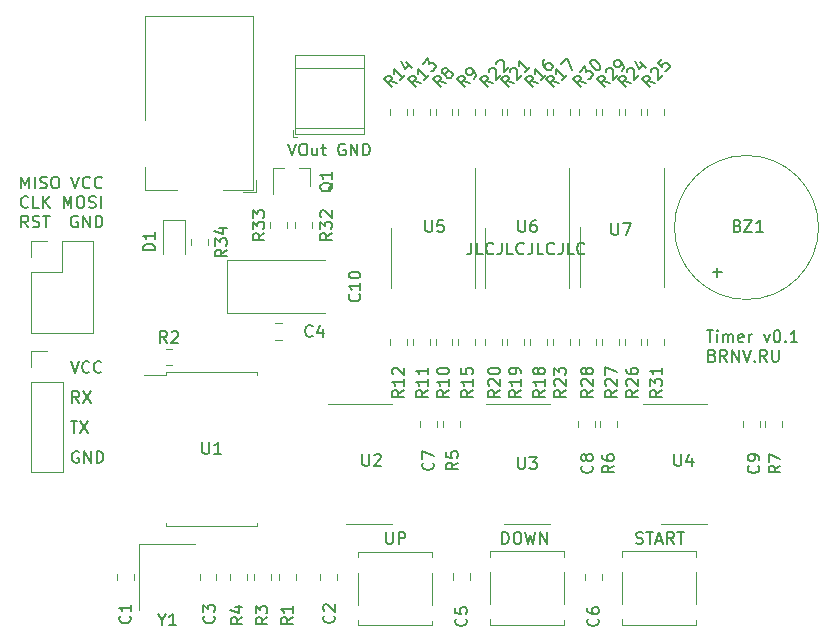
<source format=gbr>
G04 #@! TF.GenerationSoftware,KiCad,Pcbnew,(5.1.5-0-10_14)*
G04 #@! TF.CreationDate,2020-02-02T16:03:58+03:00*
G04 #@! TF.ProjectId,timer,74696d65-722e-46b6-9963-61645f706362,rev?*
G04 #@! TF.SameCoordinates,Original*
G04 #@! TF.FileFunction,Legend,Top*
G04 #@! TF.FilePolarity,Positive*
%FSLAX46Y46*%
G04 Gerber Fmt 4.6, Leading zero omitted, Abs format (unit mm)*
G04 Created by KiCad (PCBNEW (5.1.5-0-10_14)) date 2020-02-02 16:03:58*
%MOMM*%
%LPD*%
G04 APERTURE LIST*
%ADD10C,0.150000*%
%ADD11C,0.120000*%
G04 APERTURE END LIST*
D10*
X164671952Y-95337380D02*
X164671952Y-96051666D01*
X164624333Y-96194523D01*
X164529095Y-96289761D01*
X164386238Y-96337380D01*
X164291000Y-96337380D01*
X165624333Y-96337380D02*
X165148142Y-96337380D01*
X165148142Y-95337380D01*
X166529095Y-96242142D02*
X166481476Y-96289761D01*
X166338619Y-96337380D01*
X166243380Y-96337380D01*
X166100523Y-96289761D01*
X166005285Y-96194523D01*
X165957666Y-96099285D01*
X165910047Y-95908809D01*
X165910047Y-95765952D01*
X165957666Y-95575476D01*
X166005285Y-95480238D01*
X166100523Y-95385000D01*
X166243380Y-95337380D01*
X166338619Y-95337380D01*
X166481476Y-95385000D01*
X166529095Y-95432619D01*
X167243380Y-95337380D02*
X167243380Y-96051666D01*
X167195761Y-96194523D01*
X167100523Y-96289761D01*
X166957666Y-96337380D01*
X166862428Y-96337380D01*
X168195761Y-96337380D02*
X167719571Y-96337380D01*
X167719571Y-95337380D01*
X169100523Y-96242142D02*
X169052904Y-96289761D01*
X168910047Y-96337380D01*
X168814809Y-96337380D01*
X168671952Y-96289761D01*
X168576714Y-96194523D01*
X168529095Y-96099285D01*
X168481476Y-95908809D01*
X168481476Y-95765952D01*
X168529095Y-95575476D01*
X168576714Y-95480238D01*
X168671952Y-95385000D01*
X168814809Y-95337380D01*
X168910047Y-95337380D01*
X169052904Y-95385000D01*
X169100523Y-95432619D01*
X169814809Y-95337380D02*
X169814809Y-96051666D01*
X169767190Y-96194523D01*
X169671952Y-96289761D01*
X169529095Y-96337380D01*
X169433857Y-96337380D01*
X170767190Y-96337380D02*
X170291000Y-96337380D01*
X170291000Y-95337380D01*
X171671952Y-96242142D02*
X171624333Y-96289761D01*
X171481476Y-96337380D01*
X171386238Y-96337380D01*
X171243380Y-96289761D01*
X171148142Y-96194523D01*
X171100523Y-96099285D01*
X171052904Y-95908809D01*
X171052904Y-95765952D01*
X171100523Y-95575476D01*
X171148142Y-95480238D01*
X171243380Y-95385000D01*
X171386238Y-95337380D01*
X171481476Y-95337380D01*
X171624333Y-95385000D01*
X171671952Y-95432619D01*
X172386238Y-95337380D02*
X172386238Y-96051666D01*
X172338619Y-96194523D01*
X172243380Y-96289761D01*
X172100523Y-96337380D01*
X172005285Y-96337380D01*
X173338619Y-96337380D02*
X172862428Y-96337380D01*
X172862428Y-95337380D01*
X174243380Y-96242142D02*
X174195761Y-96289761D01*
X174052904Y-96337380D01*
X173957666Y-96337380D01*
X173814809Y-96289761D01*
X173719571Y-96194523D01*
X173671952Y-96099285D01*
X173624333Y-95908809D01*
X173624333Y-95765952D01*
X173671952Y-95575476D01*
X173719571Y-95480238D01*
X173814809Y-95385000D01*
X173957666Y-95337380D01*
X174052904Y-95337380D01*
X174195761Y-95385000D01*
X174243380Y-95432619D01*
X131415404Y-113038000D02*
X131320166Y-112990380D01*
X131177309Y-112990380D01*
X131034452Y-113038000D01*
X130939214Y-113133238D01*
X130891595Y-113228476D01*
X130843976Y-113418952D01*
X130843976Y-113561809D01*
X130891595Y-113752285D01*
X130939214Y-113847523D01*
X131034452Y-113942761D01*
X131177309Y-113990380D01*
X131272547Y-113990380D01*
X131415404Y-113942761D01*
X131463023Y-113895142D01*
X131463023Y-113561809D01*
X131272547Y-113561809D01*
X131891595Y-113990380D02*
X131891595Y-112990380D01*
X132463023Y-113990380D01*
X132463023Y-112990380D01*
X132939214Y-113990380D02*
X132939214Y-112990380D01*
X133177309Y-112990380D01*
X133320166Y-113038000D01*
X133415404Y-113133238D01*
X133463023Y-113228476D01*
X133510642Y-113418952D01*
X133510642Y-113561809D01*
X133463023Y-113752285D01*
X133415404Y-113847523D01*
X133320166Y-113942761D01*
X133177309Y-113990380D01*
X132939214Y-113990380D01*
X130748738Y-110450380D02*
X131320166Y-110450380D01*
X131034452Y-111450380D02*
X131034452Y-110450380D01*
X131558261Y-110450380D02*
X132224928Y-111450380D01*
X132224928Y-110450380D02*
X131558261Y-111450380D01*
X131463023Y-108910380D02*
X131129690Y-108434190D01*
X130891595Y-108910380D02*
X130891595Y-107910380D01*
X131272547Y-107910380D01*
X131367785Y-107958000D01*
X131415404Y-108005619D01*
X131463023Y-108100857D01*
X131463023Y-108243714D01*
X131415404Y-108338952D01*
X131367785Y-108386571D01*
X131272547Y-108434190D01*
X130891595Y-108434190D01*
X131796357Y-107910380D02*
X132463023Y-108910380D01*
X132463023Y-107910380D02*
X131796357Y-108910380D01*
X130748738Y-105370380D02*
X131082071Y-106370380D01*
X131415404Y-105370380D01*
X132320166Y-106275142D02*
X132272547Y-106322761D01*
X132129690Y-106370380D01*
X132034452Y-106370380D01*
X131891595Y-106322761D01*
X131796357Y-106227523D01*
X131748738Y-106132285D01*
X131701119Y-105941809D01*
X131701119Y-105798952D01*
X131748738Y-105608476D01*
X131796357Y-105513238D01*
X131891595Y-105418000D01*
X132034452Y-105370380D01*
X132129690Y-105370380D01*
X132272547Y-105418000D01*
X132320166Y-105465619D01*
X133320166Y-106275142D02*
X133272547Y-106322761D01*
X133129690Y-106370380D01*
X133034452Y-106370380D01*
X132891595Y-106322761D01*
X132796357Y-106227523D01*
X132748738Y-106132285D01*
X132701119Y-105941809D01*
X132701119Y-105798952D01*
X132748738Y-105608476D01*
X132796357Y-105513238D01*
X132891595Y-105418000D01*
X133034452Y-105370380D01*
X133129690Y-105370380D01*
X133272547Y-105418000D01*
X133320166Y-105465619D01*
X184596738Y-102767380D02*
X185168166Y-102767380D01*
X184882452Y-103767380D02*
X184882452Y-102767380D01*
X185501500Y-103767380D02*
X185501500Y-103100714D01*
X185501500Y-102767380D02*
X185453880Y-102815000D01*
X185501500Y-102862619D01*
X185549119Y-102815000D01*
X185501500Y-102767380D01*
X185501500Y-102862619D01*
X185977690Y-103767380D02*
X185977690Y-103100714D01*
X185977690Y-103195952D02*
X186025309Y-103148333D01*
X186120547Y-103100714D01*
X186263404Y-103100714D01*
X186358642Y-103148333D01*
X186406261Y-103243571D01*
X186406261Y-103767380D01*
X186406261Y-103243571D02*
X186453880Y-103148333D01*
X186549119Y-103100714D01*
X186691976Y-103100714D01*
X186787214Y-103148333D01*
X186834833Y-103243571D01*
X186834833Y-103767380D01*
X187691976Y-103719761D02*
X187596738Y-103767380D01*
X187406261Y-103767380D01*
X187311023Y-103719761D01*
X187263404Y-103624523D01*
X187263404Y-103243571D01*
X187311023Y-103148333D01*
X187406261Y-103100714D01*
X187596738Y-103100714D01*
X187691976Y-103148333D01*
X187739595Y-103243571D01*
X187739595Y-103338809D01*
X187263404Y-103434047D01*
X188168166Y-103767380D02*
X188168166Y-103100714D01*
X188168166Y-103291190D02*
X188215785Y-103195952D01*
X188263404Y-103148333D01*
X188358642Y-103100714D01*
X188453880Y-103100714D01*
X189453880Y-103100714D02*
X189691976Y-103767380D01*
X189930071Y-103100714D01*
X190501500Y-102767380D02*
X190596738Y-102767380D01*
X190691976Y-102815000D01*
X190739595Y-102862619D01*
X190787214Y-102957857D01*
X190834833Y-103148333D01*
X190834833Y-103386428D01*
X190787214Y-103576904D01*
X190739595Y-103672142D01*
X190691976Y-103719761D01*
X190596738Y-103767380D01*
X190501500Y-103767380D01*
X190406261Y-103719761D01*
X190358642Y-103672142D01*
X190311023Y-103576904D01*
X190263404Y-103386428D01*
X190263404Y-103148333D01*
X190311023Y-102957857D01*
X190358642Y-102862619D01*
X190406261Y-102815000D01*
X190501500Y-102767380D01*
X191263404Y-103672142D02*
X191311023Y-103719761D01*
X191263404Y-103767380D01*
X191215785Y-103719761D01*
X191263404Y-103672142D01*
X191263404Y-103767380D01*
X192263404Y-103767380D02*
X191691976Y-103767380D01*
X191977690Y-103767380D02*
X191977690Y-102767380D01*
X191882452Y-102910238D01*
X191787214Y-103005476D01*
X191691976Y-103053095D01*
X185072928Y-104893571D02*
X185215785Y-104941190D01*
X185263404Y-104988809D01*
X185311023Y-105084047D01*
X185311023Y-105226904D01*
X185263404Y-105322142D01*
X185215785Y-105369761D01*
X185120547Y-105417380D01*
X184739595Y-105417380D01*
X184739595Y-104417380D01*
X185072928Y-104417380D01*
X185168166Y-104465000D01*
X185215785Y-104512619D01*
X185263404Y-104607857D01*
X185263404Y-104703095D01*
X185215785Y-104798333D01*
X185168166Y-104845952D01*
X185072928Y-104893571D01*
X184739595Y-104893571D01*
X186311023Y-105417380D02*
X185977690Y-104941190D01*
X185739595Y-105417380D02*
X185739595Y-104417380D01*
X186120547Y-104417380D01*
X186215785Y-104465000D01*
X186263404Y-104512619D01*
X186311023Y-104607857D01*
X186311023Y-104750714D01*
X186263404Y-104845952D01*
X186215785Y-104893571D01*
X186120547Y-104941190D01*
X185739595Y-104941190D01*
X186739595Y-105417380D02*
X186739595Y-104417380D01*
X187311023Y-105417380D01*
X187311023Y-104417380D01*
X187644357Y-104417380D02*
X187977690Y-105417380D01*
X188311023Y-104417380D01*
X188644357Y-105322142D02*
X188691976Y-105369761D01*
X188644357Y-105417380D01*
X188596738Y-105369761D01*
X188644357Y-105322142D01*
X188644357Y-105417380D01*
X189691976Y-105417380D02*
X189358642Y-104941190D01*
X189120547Y-105417380D02*
X189120547Y-104417380D01*
X189501500Y-104417380D01*
X189596738Y-104465000D01*
X189644357Y-104512619D01*
X189691976Y-104607857D01*
X189691976Y-104750714D01*
X189644357Y-104845952D01*
X189596738Y-104893571D01*
X189501500Y-104941190D01*
X189120547Y-104941190D01*
X190120547Y-104417380D02*
X190120547Y-105226904D01*
X190168166Y-105322142D01*
X190215785Y-105369761D01*
X190311023Y-105417380D01*
X190501500Y-105417380D01*
X190596738Y-105369761D01*
X190644357Y-105322142D01*
X190691976Y-105226904D01*
X190691976Y-104417380D01*
X149154000Y-86955380D02*
X149487333Y-87955380D01*
X149820666Y-86955380D01*
X150344476Y-86955380D02*
X150534952Y-86955380D01*
X150630190Y-87003000D01*
X150725428Y-87098238D01*
X150773047Y-87288714D01*
X150773047Y-87622047D01*
X150725428Y-87812523D01*
X150630190Y-87907761D01*
X150534952Y-87955380D01*
X150344476Y-87955380D01*
X150249238Y-87907761D01*
X150154000Y-87812523D01*
X150106380Y-87622047D01*
X150106380Y-87288714D01*
X150154000Y-87098238D01*
X150249238Y-87003000D01*
X150344476Y-86955380D01*
X151630190Y-87288714D02*
X151630190Y-87955380D01*
X151201619Y-87288714D02*
X151201619Y-87812523D01*
X151249238Y-87907761D01*
X151344476Y-87955380D01*
X151487333Y-87955380D01*
X151582571Y-87907761D01*
X151630190Y-87860142D01*
X151963523Y-87288714D02*
X152344476Y-87288714D01*
X152106380Y-86955380D02*
X152106380Y-87812523D01*
X152154000Y-87907761D01*
X152249238Y-87955380D01*
X152344476Y-87955380D01*
X153963523Y-87003000D02*
X153868285Y-86955380D01*
X153725428Y-86955380D01*
X153582571Y-87003000D01*
X153487333Y-87098238D01*
X153439714Y-87193476D01*
X153392095Y-87383952D01*
X153392095Y-87526809D01*
X153439714Y-87717285D01*
X153487333Y-87812523D01*
X153582571Y-87907761D01*
X153725428Y-87955380D01*
X153820666Y-87955380D01*
X153963523Y-87907761D01*
X154011142Y-87860142D01*
X154011142Y-87526809D01*
X153820666Y-87526809D01*
X154439714Y-87955380D02*
X154439714Y-86955380D01*
X155011142Y-87955380D01*
X155011142Y-86955380D01*
X155487333Y-87955380D02*
X155487333Y-86955380D01*
X155725428Y-86955380D01*
X155868285Y-87003000D01*
X155963523Y-87098238D01*
X156011142Y-87193476D01*
X156058761Y-87383952D01*
X156058761Y-87526809D01*
X156011142Y-87717285D01*
X155963523Y-87812523D01*
X155868285Y-87907761D01*
X155725428Y-87955380D01*
X155487333Y-87955380D01*
X178617809Y-120800761D02*
X178760666Y-120848380D01*
X178998761Y-120848380D01*
X179094000Y-120800761D01*
X179141619Y-120753142D01*
X179189238Y-120657904D01*
X179189238Y-120562666D01*
X179141619Y-120467428D01*
X179094000Y-120419809D01*
X178998761Y-120372190D01*
X178808285Y-120324571D01*
X178713047Y-120276952D01*
X178665428Y-120229333D01*
X178617809Y-120134095D01*
X178617809Y-120038857D01*
X178665428Y-119943619D01*
X178713047Y-119896000D01*
X178808285Y-119848380D01*
X179046380Y-119848380D01*
X179189238Y-119896000D01*
X179474952Y-119848380D02*
X180046380Y-119848380D01*
X179760666Y-120848380D02*
X179760666Y-119848380D01*
X180332095Y-120562666D02*
X180808285Y-120562666D01*
X180236857Y-120848380D02*
X180570190Y-119848380D01*
X180903523Y-120848380D01*
X181808285Y-120848380D02*
X181474952Y-120372190D01*
X181236857Y-120848380D02*
X181236857Y-119848380D01*
X181617809Y-119848380D01*
X181713047Y-119896000D01*
X181760666Y-119943619D01*
X181808285Y-120038857D01*
X181808285Y-120181714D01*
X181760666Y-120276952D01*
X181713047Y-120324571D01*
X181617809Y-120372190D01*
X181236857Y-120372190D01*
X182094000Y-119848380D02*
X182665428Y-119848380D01*
X182379714Y-120848380D02*
X182379714Y-119848380D01*
X167283047Y-120848380D02*
X167283047Y-119848380D01*
X167521142Y-119848380D01*
X167664000Y-119896000D01*
X167759238Y-119991238D01*
X167806857Y-120086476D01*
X167854476Y-120276952D01*
X167854476Y-120419809D01*
X167806857Y-120610285D01*
X167759238Y-120705523D01*
X167664000Y-120800761D01*
X167521142Y-120848380D01*
X167283047Y-120848380D01*
X168473523Y-119848380D02*
X168664000Y-119848380D01*
X168759238Y-119896000D01*
X168854476Y-119991238D01*
X168902095Y-120181714D01*
X168902095Y-120515047D01*
X168854476Y-120705523D01*
X168759238Y-120800761D01*
X168664000Y-120848380D01*
X168473523Y-120848380D01*
X168378285Y-120800761D01*
X168283047Y-120705523D01*
X168235428Y-120515047D01*
X168235428Y-120181714D01*
X168283047Y-119991238D01*
X168378285Y-119896000D01*
X168473523Y-119848380D01*
X169235428Y-119848380D02*
X169473523Y-120848380D01*
X169664000Y-120134095D01*
X169854476Y-120848380D01*
X170092571Y-119848380D01*
X170473523Y-120848380D02*
X170473523Y-119848380D01*
X171044952Y-120848380D01*
X171044952Y-119848380D01*
X157456285Y-119848380D02*
X157456285Y-120657904D01*
X157503904Y-120753142D01*
X157551523Y-120800761D01*
X157646761Y-120848380D01*
X157837238Y-120848380D01*
X157932476Y-120800761D01*
X157980095Y-120753142D01*
X158027714Y-120657904D01*
X158027714Y-119848380D01*
X158503904Y-120848380D02*
X158503904Y-119848380D01*
X158884857Y-119848380D01*
X158980095Y-119896000D01*
X159027714Y-119943619D01*
X159075333Y-120038857D01*
X159075333Y-120181714D01*
X159027714Y-120276952D01*
X158980095Y-120324571D01*
X158884857Y-120372190D01*
X158503904Y-120372190D01*
X126573595Y-90750380D02*
X126573595Y-89750380D01*
X126906928Y-90464666D01*
X127240261Y-89750380D01*
X127240261Y-90750380D01*
X127716452Y-90750380D02*
X127716452Y-89750380D01*
X128145023Y-90702761D02*
X128287880Y-90750380D01*
X128525976Y-90750380D01*
X128621214Y-90702761D01*
X128668833Y-90655142D01*
X128716452Y-90559904D01*
X128716452Y-90464666D01*
X128668833Y-90369428D01*
X128621214Y-90321809D01*
X128525976Y-90274190D01*
X128335500Y-90226571D01*
X128240261Y-90178952D01*
X128192642Y-90131333D01*
X128145023Y-90036095D01*
X128145023Y-89940857D01*
X128192642Y-89845619D01*
X128240261Y-89798000D01*
X128335500Y-89750380D01*
X128573595Y-89750380D01*
X128716452Y-89798000D01*
X129335500Y-89750380D02*
X129525976Y-89750380D01*
X129621214Y-89798000D01*
X129716452Y-89893238D01*
X129764071Y-90083714D01*
X129764071Y-90417047D01*
X129716452Y-90607523D01*
X129621214Y-90702761D01*
X129525976Y-90750380D01*
X129335500Y-90750380D01*
X129240261Y-90702761D01*
X129145023Y-90607523D01*
X129097404Y-90417047D01*
X129097404Y-90083714D01*
X129145023Y-89893238D01*
X129240261Y-89798000D01*
X129335500Y-89750380D01*
X130811690Y-89750380D02*
X131145023Y-90750380D01*
X131478357Y-89750380D01*
X132383119Y-90655142D02*
X132335500Y-90702761D01*
X132192642Y-90750380D01*
X132097404Y-90750380D01*
X131954547Y-90702761D01*
X131859309Y-90607523D01*
X131811690Y-90512285D01*
X131764071Y-90321809D01*
X131764071Y-90178952D01*
X131811690Y-89988476D01*
X131859309Y-89893238D01*
X131954547Y-89798000D01*
X132097404Y-89750380D01*
X132192642Y-89750380D01*
X132335500Y-89798000D01*
X132383119Y-89845619D01*
X133383119Y-90655142D02*
X133335500Y-90702761D01*
X133192642Y-90750380D01*
X133097404Y-90750380D01*
X132954547Y-90702761D01*
X132859309Y-90607523D01*
X132811690Y-90512285D01*
X132764071Y-90321809D01*
X132764071Y-90178952D01*
X132811690Y-89988476D01*
X132859309Y-89893238D01*
X132954547Y-89798000D01*
X133097404Y-89750380D01*
X133192642Y-89750380D01*
X133335500Y-89798000D01*
X133383119Y-89845619D01*
X127145023Y-92305142D02*
X127097404Y-92352761D01*
X126954547Y-92400380D01*
X126859309Y-92400380D01*
X126716452Y-92352761D01*
X126621214Y-92257523D01*
X126573595Y-92162285D01*
X126525976Y-91971809D01*
X126525976Y-91828952D01*
X126573595Y-91638476D01*
X126621214Y-91543238D01*
X126716452Y-91448000D01*
X126859309Y-91400380D01*
X126954547Y-91400380D01*
X127097404Y-91448000D01*
X127145023Y-91495619D01*
X128049785Y-92400380D02*
X127573595Y-92400380D01*
X127573595Y-91400380D01*
X128383119Y-92400380D02*
X128383119Y-91400380D01*
X128954547Y-92400380D02*
X128525976Y-91828952D01*
X128954547Y-91400380D02*
X128383119Y-91971809D01*
X130145023Y-92400380D02*
X130145023Y-91400380D01*
X130478357Y-92114666D01*
X130811690Y-91400380D01*
X130811690Y-92400380D01*
X131478357Y-91400380D02*
X131668833Y-91400380D01*
X131764071Y-91448000D01*
X131859309Y-91543238D01*
X131906928Y-91733714D01*
X131906928Y-92067047D01*
X131859309Y-92257523D01*
X131764071Y-92352761D01*
X131668833Y-92400380D01*
X131478357Y-92400380D01*
X131383119Y-92352761D01*
X131287880Y-92257523D01*
X131240261Y-92067047D01*
X131240261Y-91733714D01*
X131287880Y-91543238D01*
X131383119Y-91448000D01*
X131478357Y-91400380D01*
X132287880Y-92352761D02*
X132430738Y-92400380D01*
X132668833Y-92400380D01*
X132764071Y-92352761D01*
X132811690Y-92305142D01*
X132859309Y-92209904D01*
X132859309Y-92114666D01*
X132811690Y-92019428D01*
X132764071Y-91971809D01*
X132668833Y-91924190D01*
X132478357Y-91876571D01*
X132383119Y-91828952D01*
X132335500Y-91781333D01*
X132287880Y-91686095D01*
X132287880Y-91590857D01*
X132335500Y-91495619D01*
X132383119Y-91448000D01*
X132478357Y-91400380D01*
X132716452Y-91400380D01*
X132859309Y-91448000D01*
X133287880Y-92400380D02*
X133287880Y-91400380D01*
X127145023Y-94050380D02*
X126811690Y-93574190D01*
X126573595Y-94050380D02*
X126573595Y-93050380D01*
X126954547Y-93050380D01*
X127049785Y-93098000D01*
X127097404Y-93145619D01*
X127145023Y-93240857D01*
X127145023Y-93383714D01*
X127097404Y-93478952D01*
X127049785Y-93526571D01*
X126954547Y-93574190D01*
X126573595Y-93574190D01*
X127525976Y-94002761D02*
X127668833Y-94050380D01*
X127906928Y-94050380D01*
X128002166Y-94002761D01*
X128049785Y-93955142D01*
X128097404Y-93859904D01*
X128097404Y-93764666D01*
X128049785Y-93669428D01*
X128002166Y-93621809D01*
X127906928Y-93574190D01*
X127716452Y-93526571D01*
X127621214Y-93478952D01*
X127573595Y-93431333D01*
X127525976Y-93336095D01*
X127525976Y-93240857D01*
X127573595Y-93145619D01*
X127621214Y-93098000D01*
X127716452Y-93050380D01*
X127954547Y-93050380D01*
X128097404Y-93098000D01*
X128383119Y-93050380D02*
X128954547Y-93050380D01*
X128668833Y-94050380D02*
X128668833Y-93050380D01*
X131335500Y-93098000D02*
X131240261Y-93050380D01*
X131097404Y-93050380D01*
X130954547Y-93098000D01*
X130859309Y-93193238D01*
X130811690Y-93288476D01*
X130764071Y-93478952D01*
X130764071Y-93621809D01*
X130811690Y-93812285D01*
X130859309Y-93907523D01*
X130954547Y-94002761D01*
X131097404Y-94050380D01*
X131192642Y-94050380D01*
X131335500Y-94002761D01*
X131383119Y-93955142D01*
X131383119Y-93621809D01*
X131192642Y-93621809D01*
X131811690Y-94050380D02*
X131811690Y-93050380D01*
X132383119Y-94050380D01*
X132383119Y-93050380D01*
X132859309Y-94050380D02*
X132859309Y-93050380D01*
X133097404Y-93050380D01*
X133240261Y-93098000D01*
X133335500Y-93193238D01*
X133383119Y-93288476D01*
X133430738Y-93478952D01*
X133430738Y-93621809D01*
X133383119Y-93812285D01*
X133335500Y-93907523D01*
X133240261Y-94002761D01*
X133097404Y-94050380D01*
X132859309Y-94050380D01*
D11*
X149524000Y-86414000D02*
X149924000Y-86414000D01*
X149524000Y-85774000D02*
X149524000Y-86414000D01*
X155544000Y-79434000D02*
X155544000Y-86174000D01*
X149764000Y-79434000D02*
X149764000Y-86174000D01*
X149764000Y-86174000D02*
X155544000Y-86174000D01*
X149764000Y-79434000D02*
X155544000Y-79434000D01*
X149764000Y-80554000D02*
X155544000Y-80554000D01*
X149764000Y-85654000D02*
X155544000Y-85654000D01*
X194060000Y-94056800D02*
G75*
G03X194060000Y-94056800I-6100000J0D01*
G01*
X127395000Y-104511800D02*
X128725000Y-104511800D01*
X127395000Y-105841800D02*
X127395000Y-104511800D01*
X127395000Y-107111800D02*
X130055000Y-107111800D01*
X130055000Y-107111800D02*
X130055000Y-114791800D01*
X127395000Y-107111800D02*
X127395000Y-114791800D01*
X127395000Y-114791800D02*
X130055000Y-114791800D01*
X144005000Y-101320000D02*
X152240000Y-101320000D01*
X144005000Y-96800000D02*
X144005000Y-101320000D01*
X152240000Y-96800000D02*
X144005000Y-96800000D01*
X187656400Y-110415548D02*
X187656400Y-110938052D01*
X189076400Y-110415548D02*
X189076400Y-110938052D01*
X173686400Y-110415548D02*
X173686400Y-110938052D01*
X175106400Y-110415548D02*
X175106400Y-110938052D01*
X160351400Y-110415548D02*
X160351400Y-110938052D01*
X161771400Y-110415548D02*
X161771400Y-110938052D01*
X174270600Y-123360548D02*
X174270600Y-123883052D01*
X175690600Y-123360548D02*
X175690600Y-123883052D01*
X163094600Y-123350748D02*
X163094600Y-123873252D01*
X164514600Y-123350748D02*
X164514600Y-123873252D01*
X148074748Y-103580000D02*
X148597252Y-103580000D01*
X148074748Y-102160000D02*
X148597252Y-102160000D01*
X141654000Y-123401548D02*
X141654000Y-123924052D01*
X143074000Y-123401548D02*
X143074000Y-123924052D01*
X151893200Y-123401548D02*
X151893200Y-123924052D01*
X153313200Y-123401548D02*
X153313200Y-123924052D01*
X134694400Y-123401548D02*
X134694400Y-123924052D01*
X136114400Y-123401548D02*
X136114400Y-123924052D01*
X182651400Y-109036800D02*
X179201400Y-109036800D01*
X182651400Y-109036800D02*
X184601400Y-109036800D01*
X182651400Y-119156800D02*
X180701400Y-119156800D01*
X182651400Y-119156800D02*
X184601400Y-119156800D01*
X169396400Y-109036800D02*
X165946400Y-109036800D01*
X169396400Y-109036800D02*
X171346400Y-109036800D01*
X169396400Y-119156800D02*
X167446400Y-119156800D01*
X169396400Y-119156800D02*
X171346400Y-119156800D01*
X155981400Y-109036800D02*
X152531400Y-109036800D01*
X155981400Y-109036800D02*
X157931400Y-109036800D01*
X155981400Y-119156800D02*
X154031400Y-119156800D01*
X155981400Y-119156800D02*
X157931400Y-119156800D01*
X151033600Y-89054400D02*
X151033600Y-90514400D01*
X147873600Y-89054400D02*
X147873600Y-91214400D01*
X147873600Y-89054400D02*
X148803600Y-89054400D01*
X151033600Y-89054400D02*
X150103600Y-89054400D01*
X136534200Y-120862800D02*
X136534200Y-126462800D01*
X141234200Y-120862800D02*
X136534200Y-120862800D01*
X173826400Y-99116800D02*
X173826400Y-94056800D01*
X180966400Y-88996800D02*
X180966400Y-99116800D01*
X165826400Y-99141800D02*
X165826400Y-94081800D01*
X172966400Y-89021800D02*
X172966400Y-99141800D01*
X157826400Y-99166800D02*
X157826400Y-94106800D01*
X164966400Y-89046800D02*
X164966400Y-99166800D01*
X138801000Y-106551800D02*
X136986000Y-106551800D01*
X138801000Y-106316800D02*
X138801000Y-106551800D01*
X142661000Y-106316800D02*
X138801000Y-106316800D01*
X146521000Y-106316800D02*
X146521000Y-106551800D01*
X142661000Y-106316800D02*
X146521000Y-106316800D01*
X138801000Y-119336800D02*
X138801000Y-119101800D01*
X142661000Y-119336800D02*
X138801000Y-119336800D01*
X146521000Y-119336800D02*
X146521000Y-119101800D01*
X142661000Y-119336800D02*
X146521000Y-119336800D01*
X177393200Y-121937000D02*
X177393200Y-121487000D01*
X183693200Y-121487000D02*
X183693200Y-121937000D01*
X177393200Y-121487000D02*
X183693200Y-121487000D01*
X183693200Y-123237000D02*
X183693200Y-125937000D01*
X177393200Y-125937000D02*
X177393200Y-123237000D01*
X183693200Y-127687000D02*
X183693200Y-127287000D01*
X177393200Y-127687000D02*
X183693200Y-127687000D01*
X177393200Y-127237000D02*
X177393200Y-127687000D01*
X166246400Y-121937000D02*
X166246400Y-121487000D01*
X172546400Y-121487000D02*
X172546400Y-121937000D01*
X166246400Y-121487000D02*
X172546400Y-121487000D01*
X172546400Y-123237000D02*
X172546400Y-125937000D01*
X166246400Y-125937000D02*
X166246400Y-123237000D01*
X172546400Y-127687000D02*
X172546400Y-127287000D01*
X166246400Y-127687000D02*
X172546400Y-127687000D01*
X166246400Y-127237000D02*
X166246400Y-127687000D01*
X155041200Y-121987800D02*
X155041200Y-121537800D01*
X161341200Y-121537800D02*
X161341200Y-121987800D01*
X155041200Y-121537800D02*
X161341200Y-121537800D01*
X161341200Y-123287800D02*
X161341200Y-125987800D01*
X155041200Y-125987800D02*
X155041200Y-123287800D01*
X161341200Y-127737800D02*
X161341200Y-127337800D01*
X155041200Y-127737800D02*
X161341200Y-127737800D01*
X155041200Y-127287800D02*
X155041200Y-127737800D01*
X140971200Y-95039548D02*
X140971200Y-95562052D01*
X142391200Y-95039548D02*
X142391200Y-95562052D01*
X149046000Y-94139652D02*
X149046000Y-93617148D01*
X147626000Y-94139652D02*
X147626000Y-93617148D01*
X151179600Y-94139652D02*
X151179600Y-93617148D01*
X149759600Y-94139652D02*
X149759600Y-93617148D01*
X179566400Y-103470548D02*
X179566400Y-103993052D01*
X180986400Y-103470548D02*
X180986400Y-103993052D01*
X175226400Y-84513052D02*
X175226400Y-83990548D01*
X173806400Y-84513052D02*
X173806400Y-83990548D01*
X177146400Y-84513052D02*
X177146400Y-83990548D01*
X175726400Y-84513052D02*
X175726400Y-83990548D01*
X173806400Y-103470548D02*
X173806400Y-103993052D01*
X175226400Y-103470548D02*
X175226400Y-103993052D01*
X175726400Y-103470548D02*
X175726400Y-103993052D01*
X177146400Y-103470548D02*
X177146400Y-103993052D01*
X177646400Y-103470548D02*
X177646400Y-103993052D01*
X179066400Y-103470548D02*
X179066400Y-103993052D01*
X180986400Y-84513052D02*
X180986400Y-83990548D01*
X179566400Y-84513052D02*
X179566400Y-83990548D01*
X179066400Y-84513052D02*
X179066400Y-83990548D01*
X177646400Y-84513052D02*
X177646400Y-83990548D01*
X171566400Y-103470548D02*
X171566400Y-103993052D01*
X172986400Y-103470548D02*
X172986400Y-103993052D01*
X167226400Y-84513052D02*
X167226400Y-83990548D01*
X165806400Y-84513052D02*
X165806400Y-83990548D01*
X169146400Y-84543052D02*
X169146400Y-84020548D01*
X167726400Y-84543052D02*
X167726400Y-84020548D01*
X165806400Y-103470548D02*
X165806400Y-103993052D01*
X167226400Y-103470548D02*
X167226400Y-103993052D01*
X167726400Y-103470548D02*
X167726400Y-103993052D01*
X169146400Y-103470548D02*
X169146400Y-103993052D01*
X169646400Y-103470548D02*
X169646400Y-103993052D01*
X171066400Y-103470548D02*
X171066400Y-103993052D01*
X172986400Y-84513052D02*
X172986400Y-83990548D01*
X171566400Y-84513052D02*
X171566400Y-83990548D01*
X171066400Y-84543052D02*
X171066400Y-84020548D01*
X169646400Y-84543052D02*
X169646400Y-84020548D01*
X163566400Y-103470548D02*
X163566400Y-103993052D01*
X164986400Y-103470548D02*
X164986400Y-103993052D01*
X159226400Y-84543052D02*
X159226400Y-84020548D01*
X157806400Y-84543052D02*
X157806400Y-84020548D01*
X161146400Y-84543052D02*
X161146400Y-84020548D01*
X159726400Y-84543052D02*
X159726400Y-84020548D01*
X157806400Y-103470548D02*
X157806400Y-103993052D01*
X159226400Y-103470548D02*
X159226400Y-103993052D01*
X159726400Y-103470548D02*
X159726400Y-103993052D01*
X161146400Y-103470548D02*
X161146400Y-103993052D01*
X161646400Y-103470548D02*
X161646400Y-103993052D01*
X163066400Y-103470548D02*
X163066400Y-103993052D01*
X164986400Y-84543052D02*
X164986400Y-84020548D01*
X163566400Y-84543052D02*
X163566400Y-84020548D01*
X163066400Y-84543052D02*
X163066400Y-84020548D01*
X161646400Y-84543052D02*
X161646400Y-84020548D01*
X190981400Y-110938052D02*
X190981400Y-110415548D01*
X189561400Y-110938052D02*
X189561400Y-110415548D01*
X175591400Y-110415548D02*
X175591400Y-110938052D01*
X177011400Y-110415548D02*
X177011400Y-110938052D01*
X162256400Y-110415548D02*
X162256400Y-110938052D01*
X163676400Y-110415548D02*
X163676400Y-110938052D01*
X145645970Y-123924052D02*
X145645970Y-123401548D01*
X144225970Y-123924052D02*
X144225970Y-123401548D01*
X147699800Y-123924052D02*
X147699800Y-123401548D01*
X146279800Y-123924052D02*
X146279800Y-123401548D01*
X139326252Y-104319000D02*
X138803748Y-104319000D01*
X139326252Y-105739000D02*
X138803748Y-105739000D01*
X149808000Y-123924052D02*
X149808000Y-123401548D01*
X148388000Y-123924052D02*
X148388000Y-123401548D01*
X127395000Y-95215400D02*
X128725000Y-95215400D01*
X127395000Y-96545400D02*
X127395000Y-95215400D01*
X129995000Y-95215400D02*
X132595000Y-95215400D01*
X129995000Y-97815400D02*
X129995000Y-95215400D01*
X127395000Y-97815400D02*
X129995000Y-97815400D01*
X132595000Y-95215400D02*
X132595000Y-102955400D01*
X127395000Y-97815400D02*
X127395000Y-102955400D01*
X127395000Y-102955400D02*
X132595000Y-102955400D01*
X146214401Y-90866800D02*
X143614401Y-90866800D01*
X146214401Y-76166800D02*
X146214401Y-90866800D01*
X137014401Y-90866800D02*
X137014401Y-88966800D01*
X139714401Y-90866800D02*
X137014401Y-90866800D01*
X137014401Y-76166800D02*
X146214401Y-76166800D01*
X137014401Y-84966800D02*
X137014401Y-76166800D01*
X146414401Y-90016800D02*
X146414401Y-91066800D01*
X145364401Y-91066800D02*
X146414401Y-91066800D01*
X138531200Y-93440800D02*
X138531200Y-96300800D01*
X140451200Y-93440800D02*
X138531200Y-93440800D01*
X140451200Y-96300800D02*
X140451200Y-93440800D01*
D10*
X187206047Y-93908571D02*
X187348904Y-93956190D01*
X187396523Y-94003809D01*
X187444142Y-94099047D01*
X187444142Y-94241904D01*
X187396523Y-94337142D01*
X187348904Y-94384761D01*
X187253666Y-94432380D01*
X186872714Y-94432380D01*
X186872714Y-93432380D01*
X187206047Y-93432380D01*
X187301285Y-93480000D01*
X187348904Y-93527619D01*
X187396523Y-93622857D01*
X187396523Y-93718095D01*
X187348904Y-93813333D01*
X187301285Y-93860952D01*
X187206047Y-93908571D01*
X186872714Y-93908571D01*
X187777476Y-93432380D02*
X188444142Y-93432380D01*
X187777476Y-94432380D01*
X188444142Y-94432380D01*
X189348904Y-94432380D02*
X188777476Y-94432380D01*
X189063190Y-94432380D02*
X189063190Y-93432380D01*
X188967952Y-93575238D01*
X188872714Y-93670476D01*
X188777476Y-93718095D01*
X185491428Y-98247752D02*
X185491428Y-97485847D01*
X185872380Y-97866800D02*
X185110476Y-97866800D01*
X155170142Y-99702857D02*
X155217761Y-99750476D01*
X155265380Y-99893333D01*
X155265380Y-99988571D01*
X155217761Y-100131428D01*
X155122523Y-100226666D01*
X155027285Y-100274285D01*
X154836809Y-100321904D01*
X154693952Y-100321904D01*
X154503476Y-100274285D01*
X154408238Y-100226666D01*
X154313000Y-100131428D01*
X154265380Y-99988571D01*
X154265380Y-99893333D01*
X154313000Y-99750476D01*
X154360619Y-99702857D01*
X155265380Y-98750476D02*
X155265380Y-99321904D01*
X155265380Y-99036190D02*
X154265380Y-99036190D01*
X154408238Y-99131428D01*
X154503476Y-99226666D01*
X154551095Y-99321904D01*
X154265380Y-98131428D02*
X154265380Y-98036190D01*
X154313000Y-97940952D01*
X154360619Y-97893333D01*
X154455857Y-97845714D01*
X154646333Y-97798095D01*
X154884428Y-97798095D01*
X155074904Y-97845714D01*
X155170142Y-97893333D01*
X155217761Y-97940952D01*
X155265380Y-98036190D01*
X155265380Y-98131428D01*
X155217761Y-98226666D01*
X155170142Y-98274285D01*
X155074904Y-98321904D01*
X154884428Y-98369523D01*
X154646333Y-98369523D01*
X154455857Y-98321904D01*
X154360619Y-98274285D01*
X154313000Y-98226666D01*
X154265380Y-98131428D01*
X188952142Y-114212666D02*
X188999761Y-114260285D01*
X189047380Y-114403142D01*
X189047380Y-114498380D01*
X188999761Y-114641238D01*
X188904523Y-114736476D01*
X188809285Y-114784095D01*
X188618809Y-114831714D01*
X188475952Y-114831714D01*
X188285476Y-114784095D01*
X188190238Y-114736476D01*
X188095000Y-114641238D01*
X188047380Y-114498380D01*
X188047380Y-114403142D01*
X188095000Y-114260285D01*
X188142619Y-114212666D01*
X189047380Y-113736476D02*
X189047380Y-113546000D01*
X188999761Y-113450761D01*
X188952142Y-113403142D01*
X188809285Y-113307904D01*
X188618809Y-113260285D01*
X188237857Y-113260285D01*
X188142619Y-113307904D01*
X188095000Y-113355523D01*
X188047380Y-113450761D01*
X188047380Y-113641238D01*
X188095000Y-113736476D01*
X188142619Y-113784095D01*
X188237857Y-113831714D01*
X188475952Y-113831714D01*
X188571190Y-113784095D01*
X188618809Y-113736476D01*
X188666428Y-113641238D01*
X188666428Y-113450761D01*
X188618809Y-113355523D01*
X188571190Y-113307904D01*
X188475952Y-113260285D01*
X174855142Y-114212666D02*
X174902761Y-114260285D01*
X174950380Y-114403142D01*
X174950380Y-114498380D01*
X174902761Y-114641238D01*
X174807523Y-114736476D01*
X174712285Y-114784095D01*
X174521809Y-114831714D01*
X174378952Y-114831714D01*
X174188476Y-114784095D01*
X174093238Y-114736476D01*
X173998000Y-114641238D01*
X173950380Y-114498380D01*
X173950380Y-114403142D01*
X173998000Y-114260285D01*
X174045619Y-114212666D01*
X174378952Y-113641238D02*
X174331333Y-113736476D01*
X174283714Y-113784095D01*
X174188476Y-113831714D01*
X174140857Y-113831714D01*
X174045619Y-113784095D01*
X173998000Y-113736476D01*
X173950380Y-113641238D01*
X173950380Y-113450761D01*
X173998000Y-113355523D01*
X174045619Y-113307904D01*
X174140857Y-113260285D01*
X174188476Y-113260285D01*
X174283714Y-113307904D01*
X174331333Y-113355523D01*
X174378952Y-113450761D01*
X174378952Y-113641238D01*
X174426571Y-113736476D01*
X174474190Y-113784095D01*
X174569428Y-113831714D01*
X174759904Y-113831714D01*
X174855142Y-113784095D01*
X174902761Y-113736476D01*
X174950380Y-113641238D01*
X174950380Y-113450761D01*
X174902761Y-113355523D01*
X174855142Y-113307904D01*
X174759904Y-113260285D01*
X174569428Y-113260285D01*
X174474190Y-113307904D01*
X174426571Y-113355523D01*
X174378952Y-113450761D01*
X161393142Y-113958666D02*
X161440761Y-114006285D01*
X161488380Y-114149142D01*
X161488380Y-114244380D01*
X161440761Y-114387238D01*
X161345523Y-114482476D01*
X161250285Y-114530095D01*
X161059809Y-114577714D01*
X160916952Y-114577714D01*
X160726476Y-114530095D01*
X160631238Y-114482476D01*
X160536000Y-114387238D01*
X160488380Y-114244380D01*
X160488380Y-114149142D01*
X160536000Y-114006285D01*
X160583619Y-113958666D01*
X160488380Y-113625333D02*
X160488380Y-112958666D01*
X161488380Y-113387238D01*
X175363142Y-127166666D02*
X175410761Y-127214285D01*
X175458380Y-127357142D01*
X175458380Y-127452380D01*
X175410761Y-127595238D01*
X175315523Y-127690476D01*
X175220285Y-127738095D01*
X175029809Y-127785714D01*
X174886952Y-127785714D01*
X174696476Y-127738095D01*
X174601238Y-127690476D01*
X174506000Y-127595238D01*
X174458380Y-127452380D01*
X174458380Y-127357142D01*
X174506000Y-127214285D01*
X174553619Y-127166666D01*
X174458380Y-126309523D02*
X174458380Y-126500000D01*
X174506000Y-126595238D01*
X174553619Y-126642857D01*
X174696476Y-126738095D01*
X174886952Y-126785714D01*
X175267904Y-126785714D01*
X175363142Y-126738095D01*
X175410761Y-126690476D01*
X175458380Y-126595238D01*
X175458380Y-126404761D01*
X175410761Y-126309523D01*
X175363142Y-126261904D01*
X175267904Y-126214285D01*
X175029809Y-126214285D01*
X174934571Y-126261904D01*
X174886952Y-126309523D01*
X174839333Y-126404761D01*
X174839333Y-126595238D01*
X174886952Y-126690476D01*
X174934571Y-126738095D01*
X175029809Y-126785714D01*
X164187142Y-127166666D02*
X164234761Y-127214285D01*
X164282380Y-127357142D01*
X164282380Y-127452380D01*
X164234761Y-127595238D01*
X164139523Y-127690476D01*
X164044285Y-127738095D01*
X163853809Y-127785714D01*
X163710952Y-127785714D01*
X163520476Y-127738095D01*
X163425238Y-127690476D01*
X163330000Y-127595238D01*
X163282380Y-127452380D01*
X163282380Y-127357142D01*
X163330000Y-127214285D01*
X163377619Y-127166666D01*
X163282380Y-126261904D02*
X163282380Y-126738095D01*
X163758571Y-126785714D01*
X163710952Y-126738095D01*
X163663333Y-126642857D01*
X163663333Y-126404761D01*
X163710952Y-126309523D01*
X163758571Y-126261904D01*
X163853809Y-126214285D01*
X164091904Y-126214285D01*
X164187142Y-126261904D01*
X164234761Y-126309523D01*
X164282380Y-126404761D01*
X164282380Y-126642857D01*
X164234761Y-126738095D01*
X164187142Y-126785714D01*
X151217333Y-103227142D02*
X151169714Y-103274761D01*
X151026857Y-103322380D01*
X150931619Y-103322380D01*
X150788761Y-103274761D01*
X150693523Y-103179523D01*
X150645904Y-103084285D01*
X150598285Y-102893809D01*
X150598285Y-102750952D01*
X150645904Y-102560476D01*
X150693523Y-102465238D01*
X150788761Y-102370000D01*
X150931619Y-102322380D01*
X151026857Y-102322380D01*
X151169714Y-102370000D01*
X151217333Y-102417619D01*
X152074476Y-102655714D02*
X152074476Y-103322380D01*
X151836380Y-102274761D02*
X151598285Y-102989047D01*
X152217333Y-102989047D01*
X142851142Y-126952666D02*
X142898761Y-127000285D01*
X142946380Y-127143142D01*
X142946380Y-127238380D01*
X142898761Y-127381238D01*
X142803523Y-127476476D01*
X142708285Y-127524095D01*
X142517809Y-127571714D01*
X142374952Y-127571714D01*
X142184476Y-127524095D01*
X142089238Y-127476476D01*
X141994000Y-127381238D01*
X141946380Y-127238380D01*
X141946380Y-127143142D01*
X141994000Y-127000285D01*
X142041619Y-126952666D01*
X141946380Y-126619333D02*
X141946380Y-126000285D01*
X142327333Y-126333619D01*
X142327333Y-126190761D01*
X142374952Y-126095523D01*
X142422571Y-126047904D01*
X142517809Y-126000285D01*
X142755904Y-126000285D01*
X142851142Y-126047904D01*
X142898761Y-126095523D01*
X142946380Y-126190761D01*
X142946380Y-126476476D01*
X142898761Y-126571714D01*
X142851142Y-126619333D01*
X153011142Y-126912666D02*
X153058761Y-126960285D01*
X153106380Y-127103142D01*
X153106380Y-127198380D01*
X153058761Y-127341238D01*
X152963523Y-127436476D01*
X152868285Y-127484095D01*
X152677809Y-127531714D01*
X152534952Y-127531714D01*
X152344476Y-127484095D01*
X152249238Y-127436476D01*
X152154000Y-127341238D01*
X152106380Y-127198380D01*
X152106380Y-127103142D01*
X152154000Y-126960285D01*
X152201619Y-126912666D01*
X152201619Y-126531714D02*
X152154000Y-126484095D01*
X152106380Y-126388857D01*
X152106380Y-126150761D01*
X152154000Y-126055523D01*
X152201619Y-126007904D01*
X152296857Y-125960285D01*
X152392095Y-125960285D01*
X152534952Y-126007904D01*
X153106380Y-126579333D01*
X153106380Y-125960285D01*
X135739142Y-126952666D02*
X135786761Y-127000285D01*
X135834380Y-127143142D01*
X135834380Y-127238380D01*
X135786761Y-127381238D01*
X135691523Y-127476476D01*
X135596285Y-127524095D01*
X135405809Y-127571714D01*
X135262952Y-127571714D01*
X135072476Y-127524095D01*
X134977238Y-127476476D01*
X134882000Y-127381238D01*
X134834380Y-127238380D01*
X134834380Y-127143142D01*
X134882000Y-127000285D01*
X134929619Y-126952666D01*
X135834380Y-126000285D02*
X135834380Y-126571714D01*
X135834380Y-126286000D02*
X134834380Y-126286000D01*
X134977238Y-126381238D01*
X135072476Y-126476476D01*
X135120095Y-126571714D01*
X181864095Y-113244380D02*
X181864095Y-114053904D01*
X181911714Y-114149142D01*
X181959333Y-114196761D01*
X182054571Y-114244380D01*
X182245047Y-114244380D01*
X182340285Y-114196761D01*
X182387904Y-114149142D01*
X182435523Y-114053904D01*
X182435523Y-113244380D01*
X183340285Y-113577714D02*
X183340285Y-114244380D01*
X183102190Y-113196761D02*
X182864095Y-113911047D01*
X183483142Y-113911047D01*
X168634495Y-113498380D02*
X168634495Y-114307904D01*
X168682114Y-114403142D01*
X168729733Y-114450761D01*
X168824971Y-114498380D01*
X169015447Y-114498380D01*
X169110685Y-114450761D01*
X169158304Y-114403142D01*
X169205923Y-114307904D01*
X169205923Y-113498380D01*
X169586876Y-113498380D02*
X170205923Y-113498380D01*
X169872590Y-113879333D01*
X170015447Y-113879333D01*
X170110685Y-113926952D01*
X170158304Y-113974571D01*
X170205923Y-114069809D01*
X170205923Y-114307904D01*
X170158304Y-114403142D01*
X170110685Y-114450761D01*
X170015447Y-114498380D01*
X169729733Y-114498380D01*
X169634495Y-114450761D01*
X169586876Y-114403142D01*
X155448095Y-113244380D02*
X155448095Y-114053904D01*
X155495714Y-114149142D01*
X155543333Y-114196761D01*
X155638571Y-114244380D01*
X155829047Y-114244380D01*
X155924285Y-114196761D01*
X155971904Y-114149142D01*
X156019523Y-114053904D01*
X156019523Y-113244380D01*
X156448095Y-113339619D02*
X156495714Y-113292000D01*
X156590952Y-113244380D01*
X156829047Y-113244380D01*
X156924285Y-113292000D01*
X156971904Y-113339619D01*
X157019523Y-113434857D01*
X157019523Y-113530095D01*
X156971904Y-113672952D01*
X156400476Y-114244380D01*
X157019523Y-114244380D01*
X152947619Y-90265238D02*
X152900000Y-90360476D01*
X152804761Y-90455714D01*
X152661904Y-90598571D01*
X152614285Y-90693809D01*
X152614285Y-90789047D01*
X152852380Y-90741428D02*
X152804761Y-90836666D01*
X152709523Y-90931904D01*
X152519047Y-90979523D01*
X152185714Y-90979523D01*
X151995238Y-90931904D01*
X151900000Y-90836666D01*
X151852380Y-90741428D01*
X151852380Y-90550952D01*
X151900000Y-90455714D01*
X151995238Y-90360476D01*
X152185714Y-90312857D01*
X152519047Y-90312857D01*
X152709523Y-90360476D01*
X152804761Y-90455714D01*
X152852380Y-90550952D01*
X152852380Y-90741428D01*
X152852380Y-89360476D02*
X152852380Y-89931904D01*
X152852380Y-89646190D02*
X151852380Y-89646190D01*
X151995238Y-89741428D01*
X152090476Y-89836666D01*
X152138095Y-89931904D01*
X138461809Y-127270190D02*
X138461809Y-127746380D01*
X138128476Y-126746380D02*
X138461809Y-127270190D01*
X138795142Y-126746380D01*
X139652285Y-127746380D02*
X139080857Y-127746380D01*
X139366571Y-127746380D02*
X139366571Y-126746380D01*
X139271333Y-126889238D01*
X139176095Y-126984476D01*
X139080857Y-127032095D01*
X176530095Y-93686380D02*
X176530095Y-94495904D01*
X176577714Y-94591142D01*
X176625333Y-94638761D01*
X176720571Y-94686380D01*
X176911047Y-94686380D01*
X177006285Y-94638761D01*
X177053904Y-94591142D01*
X177101523Y-94495904D01*
X177101523Y-93686380D01*
X177482476Y-93686380D02*
X178149142Y-93686380D01*
X177720571Y-94686380D01*
X168656095Y-93432380D02*
X168656095Y-94241904D01*
X168703714Y-94337142D01*
X168751333Y-94384761D01*
X168846571Y-94432380D01*
X169037047Y-94432380D01*
X169132285Y-94384761D01*
X169179904Y-94337142D01*
X169227523Y-94241904D01*
X169227523Y-93432380D01*
X170132285Y-93432380D02*
X169941809Y-93432380D01*
X169846571Y-93480000D01*
X169798952Y-93527619D01*
X169703714Y-93670476D01*
X169656095Y-93860952D01*
X169656095Y-94241904D01*
X169703714Y-94337142D01*
X169751333Y-94384761D01*
X169846571Y-94432380D01*
X170037047Y-94432380D01*
X170132285Y-94384761D01*
X170179904Y-94337142D01*
X170227523Y-94241904D01*
X170227523Y-94003809D01*
X170179904Y-93908571D01*
X170132285Y-93860952D01*
X170037047Y-93813333D01*
X169846571Y-93813333D01*
X169751333Y-93860952D01*
X169703714Y-93908571D01*
X169656095Y-94003809D01*
X160782095Y-93432380D02*
X160782095Y-94241904D01*
X160829714Y-94337142D01*
X160877333Y-94384761D01*
X160972571Y-94432380D01*
X161163047Y-94432380D01*
X161258285Y-94384761D01*
X161305904Y-94337142D01*
X161353523Y-94241904D01*
X161353523Y-93432380D01*
X162305904Y-93432380D02*
X161829714Y-93432380D01*
X161782095Y-93908571D01*
X161829714Y-93860952D01*
X161924952Y-93813333D01*
X162163047Y-93813333D01*
X162258285Y-93860952D01*
X162305904Y-93908571D01*
X162353523Y-94003809D01*
X162353523Y-94241904D01*
X162305904Y-94337142D01*
X162258285Y-94384761D01*
X162163047Y-94432380D01*
X161924952Y-94432380D01*
X161829714Y-94384761D01*
X161782095Y-94337142D01*
X141899095Y-112228380D02*
X141899095Y-113037904D01*
X141946714Y-113133142D01*
X141994333Y-113180761D01*
X142089571Y-113228380D01*
X142280047Y-113228380D01*
X142375285Y-113180761D01*
X142422904Y-113133142D01*
X142470523Y-113037904D01*
X142470523Y-112228380D01*
X143470523Y-113228380D02*
X142899095Y-113228380D01*
X143184809Y-113228380D02*
X143184809Y-112228380D01*
X143089571Y-112371238D01*
X142994333Y-112466476D01*
X142899095Y-112514095D01*
X143962380Y-95943657D02*
X143486190Y-96276990D01*
X143962380Y-96515085D02*
X142962380Y-96515085D01*
X142962380Y-96134133D01*
X143010000Y-96038895D01*
X143057619Y-95991276D01*
X143152857Y-95943657D01*
X143295714Y-95943657D01*
X143390952Y-95991276D01*
X143438571Y-96038895D01*
X143486190Y-96134133D01*
X143486190Y-96515085D01*
X142962380Y-95610323D02*
X142962380Y-94991276D01*
X143343333Y-95324609D01*
X143343333Y-95181752D01*
X143390952Y-95086514D01*
X143438571Y-95038895D01*
X143533809Y-94991276D01*
X143771904Y-94991276D01*
X143867142Y-95038895D01*
X143914761Y-95086514D01*
X143962380Y-95181752D01*
X143962380Y-95467466D01*
X143914761Y-95562704D01*
X143867142Y-95610323D01*
X143295714Y-94134133D02*
X143962380Y-94134133D01*
X142914761Y-94372228D02*
X143629047Y-94610323D01*
X143629047Y-93991276D01*
X147138380Y-94521257D02*
X146662190Y-94854590D01*
X147138380Y-95092685D02*
X146138380Y-95092685D01*
X146138380Y-94711733D01*
X146186000Y-94616495D01*
X146233619Y-94568876D01*
X146328857Y-94521257D01*
X146471714Y-94521257D01*
X146566952Y-94568876D01*
X146614571Y-94616495D01*
X146662190Y-94711733D01*
X146662190Y-95092685D01*
X146138380Y-94187923D02*
X146138380Y-93568876D01*
X146519333Y-93902209D01*
X146519333Y-93759352D01*
X146566952Y-93664114D01*
X146614571Y-93616495D01*
X146709809Y-93568876D01*
X146947904Y-93568876D01*
X147043142Y-93616495D01*
X147090761Y-93664114D01*
X147138380Y-93759352D01*
X147138380Y-94045066D01*
X147090761Y-94140304D01*
X147043142Y-94187923D01*
X146138380Y-93235542D02*
X146138380Y-92616495D01*
X146519333Y-92949828D01*
X146519333Y-92806971D01*
X146566952Y-92711733D01*
X146614571Y-92664114D01*
X146709809Y-92616495D01*
X146947904Y-92616495D01*
X147043142Y-92664114D01*
X147090761Y-92711733D01*
X147138380Y-92806971D01*
X147138380Y-93092685D01*
X147090761Y-93187923D01*
X147043142Y-93235542D01*
X152852380Y-94521257D02*
X152376190Y-94854590D01*
X152852380Y-95092685D02*
X151852380Y-95092685D01*
X151852380Y-94711733D01*
X151900000Y-94616495D01*
X151947619Y-94568876D01*
X152042857Y-94521257D01*
X152185714Y-94521257D01*
X152280952Y-94568876D01*
X152328571Y-94616495D01*
X152376190Y-94711733D01*
X152376190Y-95092685D01*
X151852380Y-94187923D02*
X151852380Y-93568876D01*
X152233333Y-93902209D01*
X152233333Y-93759352D01*
X152280952Y-93664114D01*
X152328571Y-93616495D01*
X152423809Y-93568876D01*
X152661904Y-93568876D01*
X152757142Y-93616495D01*
X152804761Y-93664114D01*
X152852380Y-93759352D01*
X152852380Y-94045066D01*
X152804761Y-94140304D01*
X152757142Y-94187923D01*
X151947619Y-93187923D02*
X151900000Y-93140304D01*
X151852380Y-93045066D01*
X151852380Y-92806971D01*
X151900000Y-92711733D01*
X151947619Y-92664114D01*
X152042857Y-92616495D01*
X152138095Y-92616495D01*
X152280952Y-92664114D01*
X152852380Y-93235542D01*
X152852380Y-92616495D01*
X180792380Y-107830857D02*
X180316190Y-108164190D01*
X180792380Y-108402285D02*
X179792380Y-108402285D01*
X179792380Y-108021333D01*
X179840000Y-107926095D01*
X179887619Y-107878476D01*
X179982857Y-107830857D01*
X180125714Y-107830857D01*
X180220952Y-107878476D01*
X180268571Y-107926095D01*
X180316190Y-108021333D01*
X180316190Y-108402285D01*
X179792380Y-107497523D02*
X179792380Y-106878476D01*
X180173333Y-107211809D01*
X180173333Y-107068952D01*
X180220952Y-106973714D01*
X180268571Y-106926095D01*
X180363809Y-106878476D01*
X180601904Y-106878476D01*
X180697142Y-106926095D01*
X180744761Y-106973714D01*
X180792380Y-107068952D01*
X180792380Y-107354666D01*
X180744761Y-107449904D01*
X180697142Y-107497523D01*
X180792380Y-105926095D02*
X180792380Y-106497523D01*
X180792380Y-106211809D02*
X179792380Y-106211809D01*
X179935238Y-106307047D01*
X180030476Y-106402285D01*
X180078095Y-106497523D01*
X174363312Y-81800450D02*
X173790893Y-81699435D01*
X173959251Y-82204511D02*
X173252145Y-81497404D01*
X173521519Y-81228030D01*
X173622534Y-81194358D01*
X173689877Y-81194358D01*
X173790893Y-81228030D01*
X173891908Y-81329045D01*
X173925580Y-81430061D01*
X173925580Y-81497404D01*
X173891908Y-81598419D01*
X173622534Y-81867793D01*
X173891908Y-80857641D02*
X174329641Y-80419908D01*
X174363312Y-80924984D01*
X174464328Y-80823969D01*
X174565343Y-80790297D01*
X174632687Y-80790297D01*
X174733702Y-80823969D01*
X174902061Y-80992328D01*
X174935732Y-81093343D01*
X174935732Y-81160687D01*
X174902061Y-81261702D01*
X174700030Y-81463732D01*
X174599015Y-81497404D01*
X174531671Y-81497404D01*
X174767374Y-79982175D02*
X174834717Y-79914832D01*
X174935732Y-79881160D01*
X175003076Y-79881160D01*
X175104091Y-79914832D01*
X175272450Y-80015847D01*
X175440809Y-80184206D01*
X175541824Y-80352564D01*
X175575496Y-80453580D01*
X175575496Y-80520923D01*
X175541824Y-80621938D01*
X175474480Y-80689282D01*
X175373465Y-80722954D01*
X175306122Y-80722954D01*
X175205106Y-80689282D01*
X175036748Y-80588267D01*
X174868389Y-80419908D01*
X174767374Y-80251549D01*
X174733702Y-80150534D01*
X174733702Y-80083190D01*
X174767374Y-79982175D01*
X176395312Y-81800450D02*
X175822893Y-81699435D01*
X175991251Y-82204511D02*
X175284145Y-81497404D01*
X175553519Y-81228030D01*
X175654534Y-81194358D01*
X175721877Y-81194358D01*
X175822893Y-81228030D01*
X175923908Y-81329045D01*
X175957580Y-81430061D01*
X175957580Y-81497404D01*
X175923908Y-81598419D01*
X175654534Y-81867793D01*
X176024923Y-80891312D02*
X176024923Y-80823969D01*
X176058595Y-80722954D01*
X176226954Y-80554595D01*
X176327969Y-80520923D01*
X176395312Y-80520923D01*
X176496328Y-80554595D01*
X176563671Y-80621938D01*
X176631015Y-80756625D01*
X176631015Y-81564748D01*
X177068748Y-81127015D01*
X177405465Y-80790297D02*
X177540152Y-80655610D01*
X177573824Y-80554595D01*
X177573824Y-80487251D01*
X177540152Y-80318893D01*
X177439137Y-80150534D01*
X177169763Y-79881160D01*
X177068748Y-79847488D01*
X177001404Y-79847488D01*
X176900389Y-79881160D01*
X176765702Y-80015847D01*
X176732030Y-80116862D01*
X176732030Y-80184206D01*
X176765702Y-80285221D01*
X176934061Y-80453580D01*
X177035076Y-80487251D01*
X177102419Y-80487251D01*
X177203435Y-80453580D01*
X177338122Y-80318893D01*
X177371793Y-80217877D01*
X177371793Y-80150534D01*
X177338122Y-80049519D01*
X174950380Y-107830857D02*
X174474190Y-108164190D01*
X174950380Y-108402285D02*
X173950380Y-108402285D01*
X173950380Y-108021333D01*
X173998000Y-107926095D01*
X174045619Y-107878476D01*
X174140857Y-107830857D01*
X174283714Y-107830857D01*
X174378952Y-107878476D01*
X174426571Y-107926095D01*
X174474190Y-108021333D01*
X174474190Y-108402285D01*
X174045619Y-107449904D02*
X173998000Y-107402285D01*
X173950380Y-107307047D01*
X173950380Y-107068952D01*
X173998000Y-106973714D01*
X174045619Y-106926095D01*
X174140857Y-106878476D01*
X174236095Y-106878476D01*
X174378952Y-106926095D01*
X174950380Y-107497523D01*
X174950380Y-106878476D01*
X174378952Y-106307047D02*
X174331333Y-106402285D01*
X174283714Y-106449904D01*
X174188476Y-106497523D01*
X174140857Y-106497523D01*
X174045619Y-106449904D01*
X173998000Y-106402285D01*
X173950380Y-106307047D01*
X173950380Y-106116571D01*
X173998000Y-106021333D01*
X174045619Y-105973714D01*
X174140857Y-105926095D01*
X174188476Y-105926095D01*
X174283714Y-105973714D01*
X174331333Y-106021333D01*
X174378952Y-106116571D01*
X174378952Y-106307047D01*
X174426571Y-106402285D01*
X174474190Y-106449904D01*
X174569428Y-106497523D01*
X174759904Y-106497523D01*
X174855142Y-106449904D01*
X174902761Y-106402285D01*
X174950380Y-106307047D01*
X174950380Y-106116571D01*
X174902761Y-106021333D01*
X174855142Y-105973714D01*
X174759904Y-105926095D01*
X174569428Y-105926095D01*
X174474190Y-105973714D01*
X174426571Y-106021333D01*
X174378952Y-106116571D01*
X176982380Y-107830857D02*
X176506190Y-108164190D01*
X176982380Y-108402285D02*
X175982380Y-108402285D01*
X175982380Y-108021333D01*
X176030000Y-107926095D01*
X176077619Y-107878476D01*
X176172857Y-107830857D01*
X176315714Y-107830857D01*
X176410952Y-107878476D01*
X176458571Y-107926095D01*
X176506190Y-108021333D01*
X176506190Y-108402285D01*
X176077619Y-107449904D02*
X176030000Y-107402285D01*
X175982380Y-107307047D01*
X175982380Y-107068952D01*
X176030000Y-106973714D01*
X176077619Y-106926095D01*
X176172857Y-106878476D01*
X176268095Y-106878476D01*
X176410952Y-106926095D01*
X176982380Y-107497523D01*
X176982380Y-106878476D01*
X175982380Y-106545142D02*
X175982380Y-105878476D01*
X176982380Y-106307047D01*
X178760380Y-107830857D02*
X178284190Y-108164190D01*
X178760380Y-108402285D02*
X177760380Y-108402285D01*
X177760380Y-108021333D01*
X177808000Y-107926095D01*
X177855619Y-107878476D01*
X177950857Y-107830857D01*
X178093714Y-107830857D01*
X178188952Y-107878476D01*
X178236571Y-107926095D01*
X178284190Y-108021333D01*
X178284190Y-108402285D01*
X177855619Y-107449904D02*
X177808000Y-107402285D01*
X177760380Y-107307047D01*
X177760380Y-107068952D01*
X177808000Y-106973714D01*
X177855619Y-106926095D01*
X177950857Y-106878476D01*
X178046095Y-106878476D01*
X178188952Y-106926095D01*
X178760380Y-107497523D01*
X178760380Y-106878476D01*
X177760380Y-106021333D02*
X177760380Y-106211809D01*
X177808000Y-106307047D01*
X177855619Y-106354666D01*
X177998476Y-106449904D01*
X178188952Y-106497523D01*
X178569904Y-106497523D01*
X178665142Y-106449904D01*
X178712761Y-106402285D01*
X178760380Y-106307047D01*
X178760380Y-106116571D01*
X178712761Y-106021333D01*
X178665142Y-105973714D01*
X178569904Y-105926095D01*
X178331809Y-105926095D01*
X178236571Y-105973714D01*
X178188952Y-106021333D01*
X178141333Y-106116571D01*
X178141333Y-106307047D01*
X178188952Y-106402285D01*
X178236571Y-106449904D01*
X178331809Y-106497523D01*
X180205312Y-81800450D02*
X179632893Y-81699435D01*
X179801251Y-82204511D02*
X179094145Y-81497404D01*
X179363519Y-81228030D01*
X179464534Y-81194358D01*
X179531877Y-81194358D01*
X179632893Y-81228030D01*
X179733908Y-81329045D01*
X179767580Y-81430061D01*
X179767580Y-81497404D01*
X179733908Y-81598419D01*
X179464534Y-81867793D01*
X179834923Y-80891312D02*
X179834923Y-80823969D01*
X179868595Y-80722954D01*
X180036954Y-80554595D01*
X180137969Y-80520923D01*
X180205312Y-80520923D01*
X180306328Y-80554595D01*
X180373671Y-80621938D01*
X180441015Y-80756625D01*
X180441015Y-81564748D01*
X180878748Y-81127015D01*
X180811404Y-79780145D02*
X180474687Y-80116862D01*
X180777732Y-80487251D01*
X180777732Y-80419908D01*
X180811404Y-80318893D01*
X180979763Y-80150534D01*
X181080778Y-80116862D01*
X181148122Y-80116862D01*
X181249137Y-80150534D01*
X181417496Y-80318893D01*
X181451167Y-80419908D01*
X181451167Y-80487251D01*
X181417496Y-80588267D01*
X181249137Y-80756625D01*
X181148122Y-80790297D01*
X181080778Y-80790297D01*
X178173312Y-81800450D02*
X177600893Y-81699435D01*
X177769251Y-82204511D02*
X177062145Y-81497404D01*
X177331519Y-81228030D01*
X177432534Y-81194358D01*
X177499877Y-81194358D01*
X177600893Y-81228030D01*
X177701908Y-81329045D01*
X177735580Y-81430061D01*
X177735580Y-81497404D01*
X177701908Y-81598419D01*
X177432534Y-81867793D01*
X177802923Y-80891312D02*
X177802923Y-80823969D01*
X177836595Y-80722954D01*
X178004954Y-80554595D01*
X178105969Y-80520923D01*
X178173312Y-80520923D01*
X178274328Y-80554595D01*
X178341671Y-80621938D01*
X178409015Y-80756625D01*
X178409015Y-81564748D01*
X178846748Y-81127015D01*
X178981435Y-80049519D02*
X179452839Y-80520923D01*
X178543702Y-79948503D02*
X178880419Y-80621938D01*
X179318152Y-80184206D01*
X172664380Y-107830857D02*
X172188190Y-108164190D01*
X172664380Y-108402285D02*
X171664380Y-108402285D01*
X171664380Y-108021333D01*
X171712000Y-107926095D01*
X171759619Y-107878476D01*
X171854857Y-107830857D01*
X171997714Y-107830857D01*
X172092952Y-107878476D01*
X172140571Y-107926095D01*
X172188190Y-108021333D01*
X172188190Y-108402285D01*
X171759619Y-107449904D02*
X171712000Y-107402285D01*
X171664380Y-107307047D01*
X171664380Y-107068952D01*
X171712000Y-106973714D01*
X171759619Y-106926095D01*
X171854857Y-106878476D01*
X171950095Y-106878476D01*
X172092952Y-106926095D01*
X172664380Y-107497523D01*
X172664380Y-106878476D01*
X171664380Y-106545142D02*
X171664380Y-105926095D01*
X172045333Y-106259428D01*
X172045333Y-106116571D01*
X172092952Y-106021333D01*
X172140571Y-105973714D01*
X172235809Y-105926095D01*
X172473904Y-105926095D01*
X172569142Y-105973714D01*
X172616761Y-106021333D01*
X172664380Y-106116571D01*
X172664380Y-106402285D01*
X172616761Y-106497523D01*
X172569142Y-106545142D01*
X166489312Y-81800450D02*
X165916893Y-81699435D01*
X166085251Y-82204511D02*
X165378145Y-81497404D01*
X165647519Y-81228030D01*
X165748534Y-81194358D01*
X165815877Y-81194358D01*
X165916893Y-81228030D01*
X166017908Y-81329045D01*
X166051580Y-81430061D01*
X166051580Y-81497404D01*
X166017908Y-81598419D01*
X165748534Y-81867793D01*
X166118923Y-80891312D02*
X166118923Y-80823969D01*
X166152595Y-80722954D01*
X166320954Y-80554595D01*
X166421969Y-80520923D01*
X166489312Y-80520923D01*
X166590328Y-80554595D01*
X166657671Y-80621938D01*
X166725015Y-80756625D01*
X166725015Y-81564748D01*
X167162748Y-81127015D01*
X166792358Y-80217877D02*
X166792358Y-80150534D01*
X166826030Y-80049519D01*
X166994389Y-79881160D01*
X167095404Y-79847488D01*
X167162748Y-79847488D01*
X167263763Y-79881160D01*
X167331106Y-79948503D01*
X167398450Y-80083190D01*
X167398450Y-80891312D01*
X167836183Y-80453580D01*
X168267312Y-81800450D02*
X167694893Y-81699435D01*
X167863251Y-82204511D02*
X167156145Y-81497404D01*
X167425519Y-81228030D01*
X167526534Y-81194358D01*
X167593877Y-81194358D01*
X167694893Y-81228030D01*
X167795908Y-81329045D01*
X167829580Y-81430061D01*
X167829580Y-81497404D01*
X167795908Y-81598419D01*
X167526534Y-81867793D01*
X167896923Y-80891312D02*
X167896923Y-80823969D01*
X167930595Y-80722954D01*
X168098954Y-80554595D01*
X168199969Y-80520923D01*
X168267312Y-80520923D01*
X168368328Y-80554595D01*
X168435671Y-80621938D01*
X168503015Y-80756625D01*
X168503015Y-81564748D01*
X168940748Y-81127015D01*
X169614183Y-80453580D02*
X169210122Y-80857641D01*
X169412152Y-80655610D02*
X168705045Y-79948503D01*
X168738717Y-80116862D01*
X168738717Y-80251549D01*
X168705045Y-80352564D01*
X167076380Y-107830857D02*
X166600190Y-108164190D01*
X167076380Y-108402285D02*
X166076380Y-108402285D01*
X166076380Y-108021333D01*
X166124000Y-107926095D01*
X166171619Y-107878476D01*
X166266857Y-107830857D01*
X166409714Y-107830857D01*
X166504952Y-107878476D01*
X166552571Y-107926095D01*
X166600190Y-108021333D01*
X166600190Y-108402285D01*
X166171619Y-107449904D02*
X166124000Y-107402285D01*
X166076380Y-107307047D01*
X166076380Y-107068952D01*
X166124000Y-106973714D01*
X166171619Y-106926095D01*
X166266857Y-106878476D01*
X166362095Y-106878476D01*
X166504952Y-106926095D01*
X167076380Y-107497523D01*
X167076380Y-106878476D01*
X166076380Y-106259428D02*
X166076380Y-106164190D01*
X166124000Y-106068952D01*
X166171619Y-106021333D01*
X166266857Y-105973714D01*
X166457333Y-105926095D01*
X166695428Y-105926095D01*
X166885904Y-105973714D01*
X166981142Y-106021333D01*
X167028761Y-106068952D01*
X167076380Y-106164190D01*
X167076380Y-106259428D01*
X167028761Y-106354666D01*
X166981142Y-106402285D01*
X166885904Y-106449904D01*
X166695428Y-106497523D01*
X166457333Y-106497523D01*
X166266857Y-106449904D01*
X166171619Y-106402285D01*
X166124000Y-106354666D01*
X166076380Y-106259428D01*
X168854380Y-107830857D02*
X168378190Y-108164190D01*
X168854380Y-108402285D02*
X167854380Y-108402285D01*
X167854380Y-108021333D01*
X167902000Y-107926095D01*
X167949619Y-107878476D01*
X168044857Y-107830857D01*
X168187714Y-107830857D01*
X168282952Y-107878476D01*
X168330571Y-107926095D01*
X168378190Y-108021333D01*
X168378190Y-108402285D01*
X168854380Y-106878476D02*
X168854380Y-107449904D01*
X168854380Y-107164190D02*
X167854380Y-107164190D01*
X167997238Y-107259428D01*
X168092476Y-107354666D01*
X168140095Y-107449904D01*
X168854380Y-106402285D02*
X168854380Y-106211809D01*
X168806761Y-106116571D01*
X168759142Y-106068952D01*
X168616285Y-105973714D01*
X168425809Y-105926095D01*
X168044857Y-105926095D01*
X167949619Y-105973714D01*
X167902000Y-106021333D01*
X167854380Y-106116571D01*
X167854380Y-106307047D01*
X167902000Y-106402285D01*
X167949619Y-106449904D01*
X168044857Y-106497523D01*
X168282952Y-106497523D01*
X168378190Y-106449904D01*
X168425809Y-106402285D01*
X168473428Y-106307047D01*
X168473428Y-106116571D01*
X168425809Y-106021333D01*
X168378190Y-105973714D01*
X168282952Y-105926095D01*
X170886380Y-107830857D02*
X170410190Y-108164190D01*
X170886380Y-108402285D02*
X169886380Y-108402285D01*
X169886380Y-108021333D01*
X169934000Y-107926095D01*
X169981619Y-107878476D01*
X170076857Y-107830857D01*
X170219714Y-107830857D01*
X170314952Y-107878476D01*
X170362571Y-107926095D01*
X170410190Y-108021333D01*
X170410190Y-108402285D01*
X170886380Y-106878476D02*
X170886380Y-107449904D01*
X170886380Y-107164190D02*
X169886380Y-107164190D01*
X170029238Y-107259428D01*
X170124476Y-107354666D01*
X170172095Y-107449904D01*
X170314952Y-106307047D02*
X170267333Y-106402285D01*
X170219714Y-106449904D01*
X170124476Y-106497523D01*
X170076857Y-106497523D01*
X169981619Y-106449904D01*
X169934000Y-106402285D01*
X169886380Y-106307047D01*
X169886380Y-106116571D01*
X169934000Y-106021333D01*
X169981619Y-105973714D01*
X170076857Y-105926095D01*
X170124476Y-105926095D01*
X170219714Y-105973714D01*
X170267333Y-106021333D01*
X170314952Y-106116571D01*
X170314952Y-106307047D01*
X170362571Y-106402285D01*
X170410190Y-106449904D01*
X170505428Y-106497523D01*
X170695904Y-106497523D01*
X170791142Y-106449904D01*
X170838761Y-106402285D01*
X170886380Y-106307047D01*
X170886380Y-106116571D01*
X170838761Y-106021333D01*
X170791142Y-105973714D01*
X170695904Y-105926095D01*
X170505428Y-105926095D01*
X170410190Y-105973714D01*
X170362571Y-106021333D01*
X170314952Y-106116571D01*
X172077312Y-81800450D02*
X171504893Y-81699435D01*
X171673251Y-82204511D02*
X170966145Y-81497404D01*
X171235519Y-81228030D01*
X171336534Y-81194358D01*
X171403877Y-81194358D01*
X171504893Y-81228030D01*
X171605908Y-81329045D01*
X171639580Y-81430061D01*
X171639580Y-81497404D01*
X171605908Y-81598419D01*
X171336534Y-81867793D01*
X172750748Y-81127015D02*
X172346687Y-81531076D01*
X172548717Y-81329045D02*
X171841610Y-80621938D01*
X171875282Y-80790297D01*
X171875282Y-80924984D01*
X171841610Y-81026000D01*
X172279343Y-80184206D02*
X172750748Y-79712801D01*
X173154809Y-80722954D01*
X170299312Y-81800450D02*
X169726893Y-81699435D01*
X169895251Y-82204511D02*
X169188145Y-81497404D01*
X169457519Y-81228030D01*
X169558534Y-81194358D01*
X169625877Y-81194358D01*
X169726893Y-81228030D01*
X169827908Y-81329045D01*
X169861580Y-81430061D01*
X169861580Y-81497404D01*
X169827908Y-81598419D01*
X169558534Y-81867793D01*
X170972748Y-81127015D02*
X170568687Y-81531076D01*
X170770717Y-81329045D02*
X170063610Y-80621938D01*
X170097282Y-80790297D01*
X170097282Y-80924984D01*
X170063610Y-81026000D01*
X170871732Y-79813816D02*
X170737045Y-79948503D01*
X170703374Y-80049519D01*
X170703374Y-80116862D01*
X170737045Y-80285221D01*
X170838061Y-80453580D01*
X171107435Y-80722954D01*
X171208450Y-80756625D01*
X171275793Y-80756625D01*
X171376809Y-80722954D01*
X171511496Y-80588267D01*
X171545167Y-80487251D01*
X171545167Y-80419908D01*
X171511496Y-80318893D01*
X171343137Y-80150534D01*
X171242122Y-80116862D01*
X171174778Y-80116862D01*
X171073763Y-80150534D01*
X170939076Y-80285221D01*
X170905404Y-80386236D01*
X170905404Y-80453580D01*
X170939076Y-80554595D01*
X164790380Y-107830857D02*
X164314190Y-108164190D01*
X164790380Y-108402285D02*
X163790380Y-108402285D01*
X163790380Y-108021333D01*
X163838000Y-107926095D01*
X163885619Y-107878476D01*
X163980857Y-107830857D01*
X164123714Y-107830857D01*
X164218952Y-107878476D01*
X164266571Y-107926095D01*
X164314190Y-108021333D01*
X164314190Y-108402285D01*
X164790380Y-106878476D02*
X164790380Y-107449904D01*
X164790380Y-107164190D02*
X163790380Y-107164190D01*
X163933238Y-107259428D01*
X164028476Y-107354666D01*
X164076095Y-107449904D01*
X163790380Y-105973714D02*
X163790380Y-106449904D01*
X164266571Y-106497523D01*
X164218952Y-106449904D01*
X164171333Y-106354666D01*
X164171333Y-106116571D01*
X164218952Y-106021333D01*
X164266571Y-105973714D01*
X164361809Y-105926095D01*
X164599904Y-105926095D01*
X164695142Y-105973714D01*
X164742761Y-106021333D01*
X164790380Y-106116571D01*
X164790380Y-106354666D01*
X164742761Y-106449904D01*
X164695142Y-106497523D01*
X158361312Y-81800450D02*
X157788893Y-81699435D01*
X157957251Y-82204511D02*
X157250145Y-81497404D01*
X157519519Y-81228030D01*
X157620534Y-81194358D01*
X157687877Y-81194358D01*
X157788893Y-81228030D01*
X157889908Y-81329045D01*
X157923580Y-81430061D01*
X157923580Y-81497404D01*
X157889908Y-81598419D01*
X157620534Y-81867793D01*
X159034748Y-81127015D02*
X158630687Y-81531076D01*
X158832717Y-81329045D02*
X158125610Y-80621938D01*
X158159282Y-80790297D01*
X158159282Y-80924984D01*
X158125610Y-81026000D01*
X159169435Y-80049519D02*
X159640839Y-80520923D01*
X158731702Y-79948503D02*
X159068419Y-80621938D01*
X159506152Y-80184206D01*
X160393312Y-81800450D02*
X159820893Y-81699435D01*
X159989251Y-82204511D02*
X159282145Y-81497404D01*
X159551519Y-81228030D01*
X159652534Y-81194358D01*
X159719877Y-81194358D01*
X159820893Y-81228030D01*
X159921908Y-81329045D01*
X159955580Y-81430061D01*
X159955580Y-81497404D01*
X159921908Y-81598419D01*
X159652534Y-81867793D01*
X161066748Y-81127015D02*
X160662687Y-81531076D01*
X160864717Y-81329045D02*
X160157610Y-80621938D01*
X160191282Y-80790297D01*
X160191282Y-80924984D01*
X160157610Y-81026000D01*
X160595343Y-80184206D02*
X161033076Y-79746473D01*
X161066748Y-80251549D01*
X161167763Y-80150534D01*
X161268778Y-80116862D01*
X161336122Y-80116862D01*
X161437137Y-80150534D01*
X161605496Y-80318893D01*
X161639167Y-80419908D01*
X161639167Y-80487251D01*
X161605496Y-80588267D01*
X161403465Y-80790297D01*
X161302450Y-80823969D01*
X161235106Y-80823969D01*
X158948380Y-107830857D02*
X158472190Y-108164190D01*
X158948380Y-108402285D02*
X157948380Y-108402285D01*
X157948380Y-108021333D01*
X157996000Y-107926095D01*
X158043619Y-107878476D01*
X158138857Y-107830857D01*
X158281714Y-107830857D01*
X158376952Y-107878476D01*
X158424571Y-107926095D01*
X158472190Y-108021333D01*
X158472190Y-108402285D01*
X158948380Y-106878476D02*
X158948380Y-107449904D01*
X158948380Y-107164190D02*
X157948380Y-107164190D01*
X158091238Y-107259428D01*
X158186476Y-107354666D01*
X158234095Y-107449904D01*
X158043619Y-106497523D02*
X157996000Y-106449904D01*
X157948380Y-106354666D01*
X157948380Y-106116571D01*
X157996000Y-106021333D01*
X158043619Y-105973714D01*
X158138857Y-105926095D01*
X158234095Y-105926095D01*
X158376952Y-105973714D01*
X158948380Y-106545142D01*
X158948380Y-105926095D01*
X160980380Y-107830857D02*
X160504190Y-108164190D01*
X160980380Y-108402285D02*
X159980380Y-108402285D01*
X159980380Y-108021333D01*
X160028000Y-107926095D01*
X160075619Y-107878476D01*
X160170857Y-107830857D01*
X160313714Y-107830857D01*
X160408952Y-107878476D01*
X160456571Y-107926095D01*
X160504190Y-108021333D01*
X160504190Y-108402285D01*
X160980380Y-106878476D02*
X160980380Y-107449904D01*
X160980380Y-107164190D02*
X159980380Y-107164190D01*
X160123238Y-107259428D01*
X160218476Y-107354666D01*
X160266095Y-107449904D01*
X160980380Y-105926095D02*
X160980380Y-106497523D01*
X160980380Y-106211809D02*
X159980380Y-106211809D01*
X160123238Y-106307047D01*
X160218476Y-106402285D01*
X160266095Y-106497523D01*
X162758380Y-107830857D02*
X162282190Y-108164190D01*
X162758380Y-108402285D02*
X161758380Y-108402285D01*
X161758380Y-108021333D01*
X161806000Y-107926095D01*
X161853619Y-107878476D01*
X161948857Y-107830857D01*
X162091714Y-107830857D01*
X162186952Y-107878476D01*
X162234571Y-107926095D01*
X162282190Y-108021333D01*
X162282190Y-108402285D01*
X162758380Y-106878476D02*
X162758380Y-107449904D01*
X162758380Y-107164190D02*
X161758380Y-107164190D01*
X161901238Y-107259428D01*
X161996476Y-107354666D01*
X162044095Y-107449904D01*
X161758380Y-106259428D02*
X161758380Y-106164190D01*
X161806000Y-106068952D01*
X161853619Y-106021333D01*
X161948857Y-105973714D01*
X162139333Y-105926095D01*
X162377428Y-105926095D01*
X162567904Y-105973714D01*
X162663142Y-106021333D01*
X162710761Y-106068952D01*
X162758380Y-106164190D01*
X162758380Y-106259428D01*
X162710761Y-106354666D01*
X162663142Y-106402285D01*
X162567904Y-106449904D01*
X162377428Y-106497523D01*
X162139333Y-106497523D01*
X161948857Y-106449904D01*
X161853619Y-106402285D01*
X161806000Y-106354666D01*
X161758380Y-106259428D01*
X164540030Y-81800450D02*
X163967610Y-81699435D01*
X164135969Y-82204511D02*
X163428862Y-81497405D01*
X163698236Y-81228030D01*
X163799251Y-81194359D01*
X163866595Y-81194359D01*
X163967610Y-81228030D01*
X164068625Y-81329046D01*
X164102297Y-81430061D01*
X164102297Y-81497405D01*
X164068625Y-81598420D01*
X163799251Y-81867794D01*
X164876748Y-81463733D02*
X165011435Y-81329046D01*
X165045106Y-81228030D01*
X165045106Y-81160687D01*
X165011435Y-80992328D01*
X164910419Y-80823969D01*
X164641045Y-80554595D01*
X164540030Y-80520924D01*
X164472687Y-80520924D01*
X164371671Y-80554595D01*
X164236984Y-80689282D01*
X164203312Y-80790298D01*
X164203312Y-80857641D01*
X164236984Y-80958656D01*
X164405343Y-81127015D01*
X164506358Y-81160687D01*
X164573702Y-81160687D01*
X164674717Y-81127015D01*
X164809404Y-80992328D01*
X164843076Y-80891313D01*
X164843076Y-80823969D01*
X164809404Y-80722954D01*
X162508030Y-81800450D02*
X161935610Y-81699435D01*
X162103969Y-82204511D02*
X161396862Y-81497405D01*
X161666236Y-81228030D01*
X161767251Y-81194359D01*
X161834595Y-81194359D01*
X161935610Y-81228030D01*
X162036625Y-81329046D01*
X162070297Y-81430061D01*
X162070297Y-81497405D01*
X162036625Y-81598420D01*
X161767251Y-81867794D01*
X162508030Y-80992328D02*
X162407015Y-81026000D01*
X162339671Y-81026000D01*
X162238656Y-80992328D01*
X162204984Y-80958656D01*
X162171312Y-80857641D01*
X162171312Y-80790298D01*
X162204984Y-80689282D01*
X162339671Y-80554595D01*
X162440687Y-80520924D01*
X162508030Y-80520924D01*
X162609045Y-80554595D01*
X162642717Y-80588267D01*
X162676389Y-80689282D01*
X162676389Y-80756626D01*
X162642717Y-80857641D01*
X162508030Y-80992328D01*
X162474358Y-81093343D01*
X162474358Y-81160687D01*
X162508030Y-81261702D01*
X162642717Y-81396389D01*
X162743732Y-81430061D01*
X162811076Y-81430061D01*
X162912091Y-81396389D01*
X163046778Y-81261702D01*
X163080450Y-81160687D01*
X163080450Y-81093343D01*
X163046778Y-80992328D01*
X162912091Y-80857641D01*
X162811076Y-80823969D01*
X162743732Y-80823969D01*
X162642717Y-80857641D01*
X190825380Y-114212666D02*
X190349190Y-114546000D01*
X190825380Y-114784095D02*
X189825380Y-114784095D01*
X189825380Y-114403142D01*
X189873000Y-114307904D01*
X189920619Y-114260285D01*
X190015857Y-114212666D01*
X190158714Y-114212666D01*
X190253952Y-114260285D01*
X190301571Y-114307904D01*
X190349190Y-114403142D01*
X190349190Y-114784095D01*
X189825380Y-113879333D02*
X189825380Y-113212666D01*
X190825380Y-113641238D01*
X176728380Y-114212666D02*
X176252190Y-114546000D01*
X176728380Y-114784095D02*
X175728380Y-114784095D01*
X175728380Y-114403142D01*
X175776000Y-114307904D01*
X175823619Y-114260285D01*
X175918857Y-114212666D01*
X176061714Y-114212666D01*
X176156952Y-114260285D01*
X176204571Y-114307904D01*
X176252190Y-114403142D01*
X176252190Y-114784095D01*
X175728380Y-113355523D02*
X175728380Y-113546000D01*
X175776000Y-113641238D01*
X175823619Y-113688857D01*
X175966476Y-113784095D01*
X176156952Y-113831714D01*
X176537904Y-113831714D01*
X176633142Y-113784095D01*
X176680761Y-113736476D01*
X176728380Y-113641238D01*
X176728380Y-113450761D01*
X176680761Y-113355523D01*
X176633142Y-113307904D01*
X176537904Y-113260285D01*
X176299809Y-113260285D01*
X176204571Y-113307904D01*
X176156952Y-113355523D01*
X176109333Y-113450761D01*
X176109333Y-113641238D01*
X176156952Y-113736476D01*
X176204571Y-113784095D01*
X176299809Y-113831714D01*
X163520380Y-113958666D02*
X163044190Y-114292000D01*
X163520380Y-114530095D02*
X162520380Y-114530095D01*
X162520380Y-114149142D01*
X162568000Y-114053904D01*
X162615619Y-114006285D01*
X162710857Y-113958666D01*
X162853714Y-113958666D01*
X162948952Y-114006285D01*
X162996571Y-114053904D01*
X163044190Y-114149142D01*
X163044190Y-114530095D01*
X162520380Y-113053904D02*
X162520380Y-113530095D01*
X162996571Y-113577714D01*
X162948952Y-113530095D01*
X162901333Y-113434857D01*
X162901333Y-113196761D01*
X162948952Y-113101523D01*
X162996571Y-113053904D01*
X163091809Y-113006285D01*
X163329904Y-113006285D01*
X163425142Y-113053904D01*
X163472761Y-113101523D01*
X163520380Y-113196761D01*
X163520380Y-113434857D01*
X163472761Y-113530095D01*
X163425142Y-113577714D01*
X145286750Y-127055266D02*
X144810560Y-127388600D01*
X145286750Y-127626695D02*
X144286750Y-127626695D01*
X144286750Y-127245742D01*
X144334370Y-127150504D01*
X144381989Y-127102885D01*
X144477227Y-127055266D01*
X144620084Y-127055266D01*
X144715322Y-127102885D01*
X144762941Y-127150504D01*
X144810560Y-127245742D01*
X144810560Y-127626695D01*
X144620084Y-126198123D02*
X145286750Y-126198123D01*
X144239131Y-126436219D02*
X144953417Y-126674314D01*
X144953417Y-126055266D01*
X147391380Y-127055266D02*
X146915190Y-127388600D01*
X147391380Y-127626695D02*
X146391380Y-127626695D01*
X146391380Y-127245742D01*
X146439000Y-127150504D01*
X146486619Y-127102885D01*
X146581857Y-127055266D01*
X146724714Y-127055266D01*
X146819952Y-127102885D01*
X146867571Y-127150504D01*
X146915190Y-127245742D01*
X146915190Y-127626695D01*
X146391380Y-126721933D02*
X146391380Y-126102885D01*
X146772333Y-126436219D01*
X146772333Y-126293361D01*
X146819952Y-126198123D01*
X146867571Y-126150504D01*
X146962809Y-126102885D01*
X147200904Y-126102885D01*
X147296142Y-126150504D01*
X147343761Y-126198123D01*
X147391380Y-126293361D01*
X147391380Y-126579076D01*
X147343761Y-126674314D01*
X147296142Y-126721933D01*
X138898333Y-103830380D02*
X138565000Y-103354190D01*
X138326904Y-103830380D02*
X138326904Y-102830380D01*
X138707857Y-102830380D01*
X138803095Y-102878000D01*
X138850714Y-102925619D01*
X138898333Y-103020857D01*
X138898333Y-103163714D01*
X138850714Y-103258952D01*
X138803095Y-103306571D01*
X138707857Y-103354190D01*
X138326904Y-103354190D01*
X139279285Y-102925619D02*
X139326904Y-102878000D01*
X139422142Y-102830380D01*
X139660238Y-102830380D01*
X139755476Y-102878000D01*
X139803095Y-102925619D01*
X139850714Y-103020857D01*
X139850714Y-103116095D01*
X139803095Y-103258952D01*
X139231666Y-103830380D01*
X139850714Y-103830380D01*
X149524980Y-127055266D02*
X149048790Y-127388600D01*
X149524980Y-127626695D02*
X148524980Y-127626695D01*
X148524980Y-127245742D01*
X148572600Y-127150504D01*
X148620219Y-127102885D01*
X148715457Y-127055266D01*
X148858314Y-127055266D01*
X148953552Y-127102885D01*
X149001171Y-127150504D01*
X149048790Y-127245742D01*
X149048790Y-127626695D01*
X149524980Y-126102885D02*
X149524980Y-126674314D01*
X149524980Y-126388600D02*
X148524980Y-126388600D01*
X148667838Y-126483838D01*
X148763076Y-126579076D01*
X148810695Y-126674314D01*
X137866380Y-95988095D02*
X136866380Y-95988095D01*
X136866380Y-95750000D01*
X136914000Y-95607142D01*
X137009238Y-95511904D01*
X137104476Y-95464285D01*
X137294952Y-95416666D01*
X137437809Y-95416666D01*
X137628285Y-95464285D01*
X137723523Y-95511904D01*
X137818761Y-95607142D01*
X137866380Y-95750000D01*
X137866380Y-95988095D01*
X137866380Y-94464285D02*
X137866380Y-95035714D01*
X137866380Y-94750000D02*
X136866380Y-94750000D01*
X137009238Y-94845238D01*
X137104476Y-94940476D01*
X137152095Y-95035714D01*
M02*

</source>
